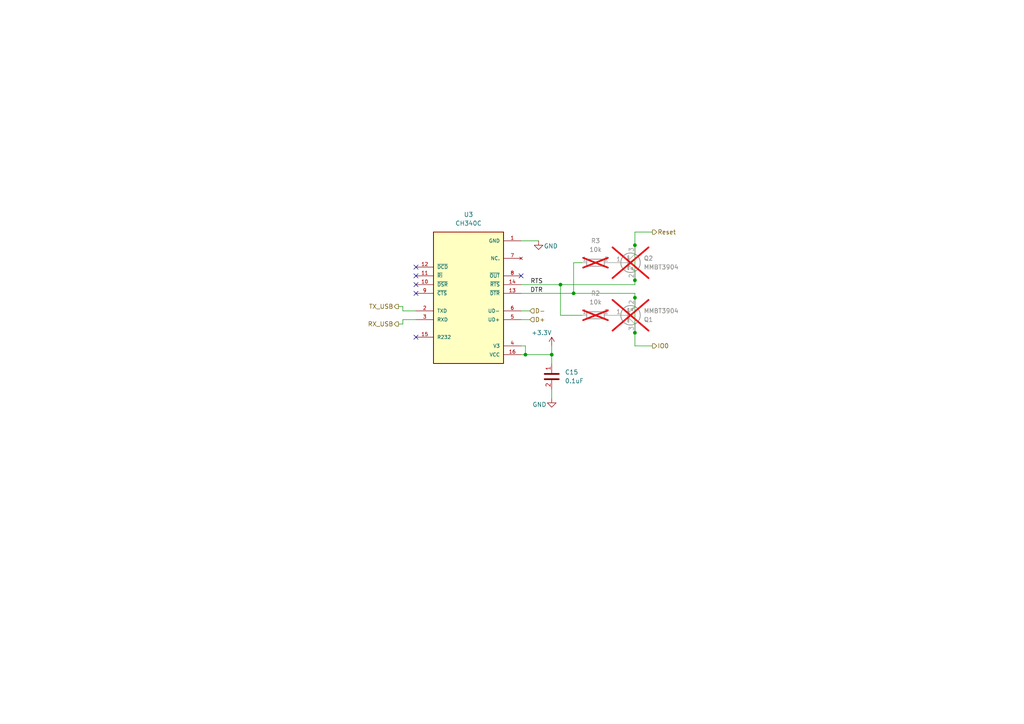
<source format=kicad_sch>
(kicad_sch (version 20231120) (generator "eeschema") (generator_version "8.0")
  (paper "A4")
  (lib_symbols
    (symbol "PVA_board:C"
      (property "Reference" "C" (at 0 0 0))
      (symbol "C_0_1"
        (polyline (pts (xy -0.762 3.048) (xy -0.762 7.112)) (stroke (width 0.508)))
        (polyline (pts (xy 0.762 3.048) (xy 0.762 7.112)) (stroke (width 0.508)))
      )
      (symbol "C_1_1"
        (pin passive line (at -3.81 5.08 0) (length 2.794) (name "~") (number "1"))
        (pin passive line (at 3.81 5.08 180) (length 2.794) (name "~") (number "2"))
      )
    )
    (symbol "PVA_board:CH340C" (pin_names (offset 1.016))
      (property "Reference" "U" (at -10.16 20.955 0))
      (property "Value" "CH340C" (at -10.16 -20.32 0))
      (symbol "CH340C_0_0"
        (rectangle (start -10.16 -17.78) (end 10.16 20.32) (stroke (width 0.254)) (fill (type background)))
        (pin power_in line (at 15.24 -15.24 180) (length 5.08) (name "GND") (number "1"))
        (pin input line (at -15.24 -2.54 0) (length 5.08) (name "~{DSR}") (number "10"))
        (pin input line (at -15.24 -5.08 0) (length 5.08) (name "~{RI}") (number "11"))
        (pin input line (at -15.24 -7.62 0) (length 5.08) (name "~{DCD}") (number "12"))
        (pin output line (at 15.24 0 180) (length 5.08) (name "~{DTR}") (number "13"))
        (pin output line (at 15.24 -2.54 180) (length 5.08) (name "~{RTS}") (number "14"))
        (pin input line (at -15.24 12.7 0) (length 5.08) (name "R232") (number "15"))
        (pin power_in line (at 15.24 17.78 180) (length 5.08) (name "VCC") (number "16"))
        (pin output line (at -15.24 5.08 0) (length 5.08) (name "TXD") (number "2"))
        (pin input line (at -15.24 7.62 0) (length 5.08) (name "RXD") (number "3"))
        (pin power_in line (at 15.24 15.24 180) (length 5.08) (name "V3") (number "4"))
        (pin bidirectional line (at 15.24 7.62 180) (length 5.08) (name "UD+") (number "5"))
        (pin bidirectional line (at 15.24 5.08 180) (length 5.08) (name "UD-") (number "6"))
        (pin no_connect line (at 15.24 -10.16 180) (length 5.08) (name "NC.") (number "7"))
        (pin output line (at 15.24 -5.08 180) (length 5.08) (name "~{OUT}") (number "8"))
        (pin input line (at -15.24 0 0) (length 5.08) (name "~{CTS}") (number "9"))
      )
    )
    (symbol "PVA_board:R"
      (property "Reference" "R" (at 0 0 0))
      (symbol "R_0_1"
        (rectangle (start 2.54 1.524) (end -2.54 3.556) (stroke (width 0.254)))
      )
      (symbol "R_1_1"
        (pin passive line (at -3.81 2.54 0) (length 1.27) (name "~") (number "1"))
        (pin passive line (at 3.81 2.54 180) (length 1.27) (name "~") (number "2"))
      )
    )
    (symbol "Transistor_BJT:MMBT3904" (pin_names (offset 0) hide)
      (property "Reference" "Q" (at 5.08 1.905 0))
      (property "Value" "MMBT3904" (at 5.08 0 0))
      (symbol "MMBT3904_0_1"
        (polyline (pts (xy 0.635 0.635) (xy 2.54 2.54)))
        (polyline (pts (xy 0.635 -0.635) (xy 2.54 -2.54) (xy 2.54 -2.54)))
        (polyline (pts (xy 0.635 1.905) (xy 0.635 -1.905) (xy 0.635 -1.905)) (stroke (width 0.508)))
        (polyline (pts (xy 1.27 -1.778) (xy 1.778 -1.27) (xy 2.286 -2.286) (xy 1.27 -1.778) (xy 1.27 -1.778)) (fill (type outline)))
        (circle (center 1.27 0) (radius 2.8194) (stroke (width 0.254)))
      )
      (symbol "MMBT3904_1_1"
        (pin input line (at -5.08 0 0) (length 5.715) (name "B") (number "1"))
        (pin passive line (at 2.54 -5.08 90) (length 2.54) (name "E") (number "2"))
        (pin passive line (at 2.54 5.08 270) (length 2.54) (name "C") (number "3"))
      )
    )
    (symbol "power:+3.3V" (power) (pin_numbers hide) (pin_names (offset 0) hide)
      (property "Value" "+3.3V" (at 0 3.556 0))
      (symbol "+3.3V_0_1"
        (polyline (pts (xy -0.762 1.27) (xy 0 2.54)))
        (polyline (pts (xy 0 0) (xy 0 2.54)))
        (polyline (pts (xy 0 2.54) (xy 0.762 1.27)))
      )
      (symbol "+3.3V_1_1"
        (pin power_in line (at 0 0 90) (length 0) (name "~") (number "1"))
      )
    )
    (symbol "power:GND" (power) (pin_numbers hide) (pin_names (offset 0) hide)
      (property "Value" "GND" (at 0 -3.81 0))
      (symbol "GND_0_1"
        (polyline (pts (xy 0 0) (xy 0 -1.27) (xy 1.27 -1.27) (xy 0 -2.54) (xy -1.27 -1.27) (xy 0 -1.27)))
      )
      (symbol "GND_1_1"
        (pin power_in line (at 0 0 270) (length 0) (name "~") (number "1"))
      )
    )
  )
  (junction (at 160.02 102.87))
  (junction (at 184.15 96.52))
  (junction (at 184.15 81.28))
  (junction (at 152.4 102.87))
  (junction (at 162.56 82.55))
  (junction (at 184.15 71.12))
  (junction (at 166.37 85.09))
  (junction (at 184.15 86.36))
  (no_connect (at 151.13 80.01))
  (no_connect (at 120.65 77.47))
  (no_connect (at 120.65 82.55))
  (no_connect (at 120.65 85.09))
  (no_connect (at 120.65 80.01))
  (no_connect (at 120.65 97.79))
  (wire (pts (xy 184.15 67.31) (xy 189.23 67.31)))
  (wire (pts (xy 151.13 85.09) (xy 166.37 85.09)))
  (wire (pts (xy 116.84 93.98) (xy 116.84 92.71)))
  (wire (pts (xy 166.37 85.09) (xy 184.15 85.09)))
  (wire (pts (xy 160.02 100.33) (xy 160.02 102.87)))
  (wire (pts (xy 160.02 115.57) (xy 160.02 113.03)))
  (wire (pts (xy 184.15 86.36) (xy 184.15 96.52)))
  (wire (pts (xy 160.02 105.41) (xy 160.02 102.87)))
  (wire (pts (xy 184.15 71.12) (xy 184.15 67.31)))
  (wire (pts (xy 152.4 102.87) (xy 151.13 102.87)))
  (wire (pts (xy 168.91 76.2) (xy 166.37 76.2)))
  (wire (pts (xy 152.4 100.33) (xy 152.4 102.87)))
  (wire (pts (xy 116.84 88.9) (xy 116.84 90.17)))
  (wire (pts (xy 116.84 90.17) (xy 120.65 90.17)))
  (wire (pts (xy 168.91 91.44) (xy 162.56 91.44)))
  (wire (pts (xy 166.37 76.2) (xy 166.37 85.09)))
  (wire (pts (xy 184.15 71.12) (xy 184.15 81.28)))
  (wire (pts (xy 184.15 100.33) (xy 189.23 100.33)))
  (wire (pts (xy 184.15 85.09) (xy 184.15 86.36)))
  (wire (pts (xy 162.56 91.44) (xy 162.56 82.55)))
  (wire (pts (xy 116.84 88.9) (xy 115.57 88.9)))
  (wire (pts (xy 116.84 93.98) (xy 115.57 93.98)))
  (wire (pts (xy 151.13 82.55) (xy 162.56 82.55)))
  (wire (pts (xy 184.15 96.52) (xy 184.15 100.33)))
  (wire (pts (xy 151.13 92.71) (xy 153.67 92.71)))
  (wire (pts (xy 116.84 92.71) (xy 120.65 92.71)))
  (wire (pts (xy 160.02 102.87) (xy 152.4 102.87)))
  (wire (pts (xy 156.21 69.85) (xy 151.13 69.85)))
  (wire (pts (xy 184.15 81.28) (xy 184.15 82.55)))
  (wire (pts (xy 184.15 82.55) (xy 162.56 82.55)))
  (wire (pts (xy 151.13 100.33) (xy 152.4 100.33)))
  (wire (pts (xy 151.13 90.17) (xy 153.67 90.17)))
  (label "RTS" (at 157.48 82.55 180))
  (label "DTR" (at 157.48 85.09 180))
  (hierarchical_label "D+" (shape input) (at 153.67 92.71 0))
  (hierarchical_label "TX_USB" (shape output) (at 115.57 88.9 180))
  (hierarchical_label "IO0" (shape output) (at 189.23 100.33 0))
  (hierarchical_label "RX_USB" (shape output) (at 115.57 93.98 180))
  (hierarchical_label "D-" (shape input) (at 153.67 90.17 0))
  (hierarchical_label "Reset" (shape output) (at 189.23 67.31 0))
  (symbol (lib_id "PVA_board:R") (at 172.72 93.98 0) (unit 1) (on_board no) (dnp yes)
    (property "Reference" "R2" (at 172.72 85.09 0))
    (property "Value" "10k" (at 172.72 87.63 0))
    (property "Footprint" "PVA_board:R-0805" (effects (hide yes)))
  )
  (symbol (lib_id "power:+3.3V") (at 160.02 100.33 0) (mirror y) (unit 1)
    (property "Reference" "#PWR016" (effects (hide yes)))
    (property "Value" "+3.3V" (at 160.0199 96.52 0) (effects (justify left)))
    (property "Description" "Power symbol creates a global label with name \"+3.3V\"" (effects (hide yes)))
  )
  (symbol (lib_id "power:GND") (at 160.02 115.57 0) (mirror y) (unit 1)
    (property "Reference" "#PWR017" (effects (hide yes)))
    (property "Value" "GND" (at 156.464 117.348 0))
    (property "Description" "Power symbol creates a global label with name \"GND\" , ground" (effects (hide yes)))
  )
  (symbol (lib_id "PVA_board:CH340C") (at 135.89 85.09 0) (mirror x) (unit 1)
    (property "Reference" "U3" (at 135.89 62.23 0))
    (property "Value" "CH340C" (at 135.89 64.77 0))
    (property "Footprint" "PVA_board:CH430C_SOP16" (effects (hide yes)))
    (property "MF" "WCH" (effects (hide yes)))
    (property "MAXIMUM_PACKAGE_HEIGHT" "1.8 mm" (effects (hide yes)))
    (property "Package" "None" (effects (hide yes)))
    (property "Price" "None" (effects (hide yes)))
    (property "Check_prices" "https://www.snapeda.com/parts/CH340C/WCH/view-part/?ref=eda" (effects (hide yes)))
    (property "STANDARD" "IPC 7351B" (effects (hide yes)))
    (property "PARTREV" "2G" (effects (hide yes)))
    (property "SnapEDA_Link" "https://www.snapeda.com/parts/CH340C/WCH/view-part/?ref=snap" (effects (hide yes)))
    (property "MP" "CH340C" (effects (hide yes)))
    (property "Description_1" "\n                        \n                            USB to serial chip CH340\n                        \n" (effects (hide yes)))
    (property "Availability" "Not in stock" (effects (hide yes)))
    (property "MANUFACTURER" "WCH" (effects (hide yes)))
  )
  (symbol (lib_id "power:GND") (at 156.21 69.85 0) (mirror y) (unit 1)
    (property "Reference" "#PWR015" (effects (hide yes)))
    (property "Value" "GND" (at 159.766 71.374 0))
    (property "Description" "Power symbol creates a global label with name \"GND\" , ground" (effects (hide yes)))
  )
  (symbol (lib_id "PVA_board:C") (at 165.1 109.22 90) (mirror x) (unit 1)
    (property "Reference" "C15" (at 163.83 107.9499 90) (effects (justify right)))
    (property "Value" "0.1uF" (at 163.83 110.4899 90) (effects (justify right)))
    (property "Footprint" "PVA_board:C-0805" (effects (hide yes)))
  )
  (symbol (lib_id "PVA_board:R") (at 172.72 78.74 0) (unit 1) (on_board no) (dnp yes)
    (property "Reference" "R3" (at 172.72 69.85 0))
    (property "Value" "10k" (at 172.72 72.39 0))
    (property "Footprint" "PVA_board:R-0805" (effects (hide yes)))
  )
  (symbol (lib_id "Transistor_BJT:MMBT3904") (at 181.61 76.2 0) (unit 1) (on_board no) (dnp yes)
    (property "Reference" "Q2" (at 186.69 74.9299 0) (effects (justify left)))
    (property "Value" "MMBT3904" (at 186.69 77.4699 0) (effects (justify left)))
    (property "Footprint" "PVA_board:SOT-23" (effects (hide yes)))
    (property "Datasheet" "https://www.onsemi.com/pdf/datasheet/pzt3904-d.pdf" (effects (hide yes)))
    (property "Description" "0.2A Ic, 40V Vce, Small Signal NPN Transistor, SOT-23" (effects (hide yes)))
  )
  (symbol (lib_id "Transistor_BJT:MMBT3904") (at 181.61 91.44 0) (mirror x) (unit 1) (on_board no) (dnp yes)
    (property "Reference" "Q1" (at 186.69 92.7101 0) (effects (justify left)))
    (property "Value" "MMBT3904" (at 186.69 90.1701 0) (effects (justify left)))
    (property "Footprint" "PVA_board:SOT-23" (effects (hide yes)))
    (property "Datasheet" "https://www.onsemi.com/pdf/datasheet/pzt3904-d.pdf" (effects (hide yes)))
    (property "Description" "0.2A Ic, 40V Vce, Small Signal NPN Transistor, SOT-23" (effects (hide yes)))
  )
)
</source>
